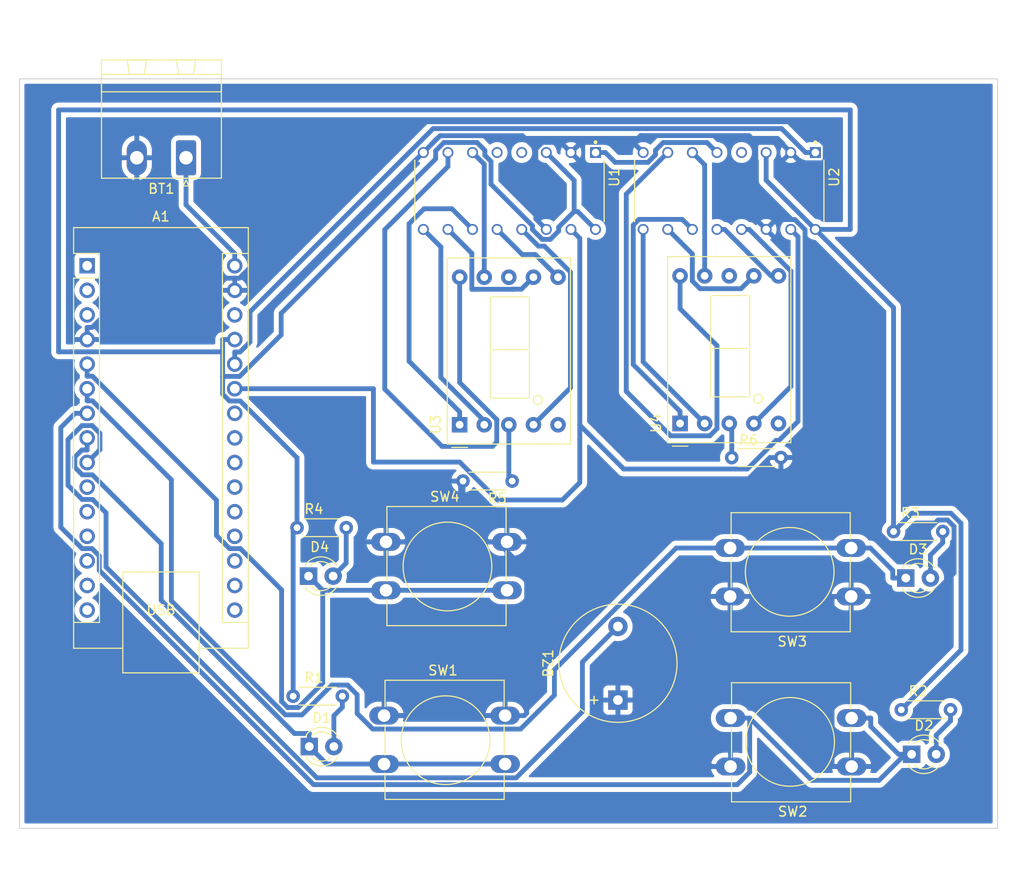
<source format=kicad_pcb>
(kicad_pcb (version 20211014) (generator pcbnew)
  (title_block (title "Simon Dice") (date "2023-02-08"))
  (layers (0 "F.Cu" signal) (31 "B.Cu" signal) (34 "B.Paste" user) (35 "F.Paste" user) (36 "B.SilkS" user "B.Silkscreen") (37 "F.SilkS" user "F.Silkscreen") (38 "B.Mask" user) (39 "F.Mask" user) (44 "Edge.Cuts" user))
  (net 0 "")
  (net 1 "VCC")
  (net 2 "GND")
  (net 6 "Net-(A1-Pad5)")
  (net 7 "Net-(A1-Pad6)")
  (net 8 "Net-(A1-Pad7)")
  (net 9 "Net-(A1-Pad8)")
  (net 10 "Net-(A1-Pad9)")
  (net 26 "Net-(A1-Pad25)")
  (net 27 "Net-(A1-Pad26)")
  (net 28 "+5V")
  (net 30 "Net-(D1-Pad2)")
  (net 31 "Net-(D2-Pad2)")
  (net 32 "Net-(D3-Pad2)")
  (net 33 "Net-(D4-Pad2)")
  (net 34 "Net-(R6-Pad1)")
  (net 35 "Net-(U1-Pad1)")
  (net 38 "Net-(U1-Pad6)")
  (net 39 "Net-(U1-Pad7)")
  (net 40 "Net-(U1-Pad9)")
  (net 41 "Net-(U1-Pad10)")
  (net 42 "Net-(U1-Pad11)")
  (net 43 "Net-(U1-Pad12)")
  (net 44 "Net-(U1-Pad13)")
  (net 46 "Net-(U2-Pad6)")
  (net 47 "Net-(U2-Pad7)")
  (net 48 "Net-(U2-Pad9)")
  (net 49 "Net-(U2-Pad10)")
  (net 50 "Net-(U2-Pad11)")
  (net 51 "Net-(U2-Pad12)")
  (net 52 "Net-(U2-Pad13)")
  (net 55 "Net-(U3-Pad3)")
  (footprint "Resistor_THT:R_Axial_DIN0204_L3.6mm_D1.6mm_P5.08mm_Horizontal" (layer "F.Cu") (at 171.06 89.6)
    (fp_text reference "R6" (at 1.74 -1.8) (layer "F.SilkS"))
    (fp_text value "470")
    (pad "1" thru_hole circle (at 0 0) (size 1.4 1.4) (drill 0.7) (layers *.Cu *.Mask) (net 34 "Net-(R6-Pad1)"))
    (pad "2" thru_hole oval (at 5.08 0) (size 1.4 1.4) (drill 0.7) (layers *.Cu *.Mask) (net 2 "GND"))
  )
  (footprint "Button_Switch_THT:SW_PUSH-12mm" (layer "F.Cu") (at 135.16 116.245)
    (fp_text reference "SW1" (at 6.08 -4.66) (layer "F.SilkS"))
    (fp_text value "SW_Push")
    (pad "1" thru_hole oval (at 12.5 0) (size 3.048 1.85) (drill 1.3) (layers *.Cu *.Mask) (net 2 "GND"))
    (pad "1" thru_hole oval (at 0 0) (size 3.048 1.85) (drill 1.3) (layers *.Cu *.Mask) (net 2 "GND"))
    (pad "2" thru_hole oval (at 12.5 5) (size 3.048 1.85) (drill 1.3) (layers *.Cu *.Mask) (net 9 "Net-(A1-Pad8)"))
    (pad "2" thru_hole oval (at 0 5) (size 3.048 1.85) (drill 1.3) (layers *.Cu *.Mask) (net 9 "Net-(A1-Pad8)"))
  )
  (footprint "LED_THT:LED_D3.0mm" (layer "F.Cu") (at 127.36 101.84)
    (fp_text reference "D4" (at 1.15 -3) (layer "F.SilkS"))
    (fp_text value "LED")
    (pad "1" thru_hole rect (at 0 0) (size 1.8 1.8) (drill 0.9) (layers *.Cu *.Mask) (net 6 "Net-(A1-Pad5)"))
    (pad "2" thru_hole circle (at 2.54 0) (size 1.8 1.8) (drill 0.9) (layers *.Cu *.Mask) (net 33 "Net-(D4-Pad2)"))
  )
  (footprint "Resistor_THT:R_Axial_DIN0204_L3.6mm_D1.6mm_P5.08mm_Horizontal" (layer "F.Cu") (at 148.3868 92.0242 180)
    (fp_text reference "R5" (at 1.54 -1.8) (layer "F.SilkS"))
    (fp_text value "470")
    (pad "1" thru_hole circle (at 0 0 180) (size 1.4 1.4) (drill 0.7) (layers *.Cu *.Mask) (net 55 "Net-(U3-Pad3)"))
    (pad "2" thru_hole oval (at 5.08 0 180) (size 1.4 1.4) (drill 0.7) (layers *.Cu *.Mask) (net 2 "GND"))
  )
  (footprint "Button_Switch_THT:SW_PUSH-12mm" (layer "F.Cu") (at 183.44 121.5 180)
    (fp_text reference "SW2" (at 6.08 -4.66) (layer "F.SilkS"))
    (fp_text value "SW_Push")
    (pad "1" thru_hole oval (at 0 0 180) (size 3.048 1.85) (drill 1.3) (layers *.Cu *.Mask) (net 2 "GND"))
    (pad "1" thru_hole oval (at 12.5 0 180) (size 3.048 1.85) (drill 1.3) (layers *.Cu *.Mask) (net 2 "GND"))
    (pad "2" thru_hole oval (at 0 5 180) (size 3.048 1.85) (drill 1.3) (layers *.Cu *.Mask) (net 8 "Net-(A1-Pad7)"))
    (pad "2" thru_hole oval (at 12.5 5 180) (size 3.048 1.85) (drill 1.3) (layers *.Cu *.Mask) (net 8 "Net-(A1-Pad7)"))
  )
  (footprint "LED_THT:LED_D3.0mm" (layer "F.Cu") (at 189.635 120.24)
    (fp_text reference "D2" (at 1.27 -2.96) (layer "F.SilkS"))
    (fp_text value "LED")
    (pad "1" thru_hole rect (at 0 0) (size 1.8 1.8) (drill 0.9) (layers *.Cu *.Mask) (net 8 "Net-(A1-Pad7)"))
    (pad "2" thru_hole circle (at 2.54 0) (size 1.8 1.8) (drill 0.9) (layers *.Cu *.Mask) (net 31 "Net-(D2-Pad2)"))
  )
  (footprint "Resistor_THT:R_Axial_DIN0204_L3.6mm_D1.6mm_P5.08mm_Horizontal" (layer "F.Cu") (at 126.17 96.84)
    (fp_text reference "R4" (at 1.74 -1.92) (layer "F.SilkS"))
    (fp_text value "1k")
    (pad "1" thru_hole circle (at 0 0) (size 1.4 1.4) (drill 0.7) (layers *.Cu *.Mask) (net 28 "+5V"))
    (pad "2" thru_hole oval (at 5.08 0) (size 1.4 1.4) (drill 0.7) (layers *.Cu *.Mask) (net 33 "Net-(D4-Pad2)"))
  )
  (footprint "Button_Switch_THT:SW_PUSH-12mm" (layer "F.Cu") (at 183.395 103.94 180)
    (fp_text reference "SW3" (at 6.08 -4.66) (layer "F.SilkS"))
    (fp_text value "SW_Push")
    (pad "1" thru_hole oval (at 12.5 0 180) (size 3.048 1.85) (drill 1.3) (layers *.Cu *.Mask) (net 2 "GND"))
    (pad "1" thru_hole oval (at 0 0 180) (size 3.048 1.85) (drill 1.3) (layers *.Cu *.Mask) (net 2 "GND"))
    (pad "2" thru_hole oval (at 0 5 180) (size 3.048 1.85) (drill 1.3) (layers *.Cu *.Mask) (net 7 "Net-(A1-Pad6)"))
    (pad "2" thru_hole oval (at 12.5 5 180) (size 3.048 1.85) (drill 1.3) (layers *.Cu *.Mask) (net 7 "Net-(A1-Pad6)"))
  )
  (footprint "Button_Switch_THT:SW_PUSH-12mm" (layer "F.Cu") (at 135.355 98.305)
    (fp_text reference "SW4" (at 6.08 -4.66) (layer "F.SilkS"))
    (fp_text value "SW_Push")
    (pad "1" thru_hole oval (at 0 0) (size 3.048 1.85) (drill 1.3) (layers *.Cu *.Mask) (net 2 "GND"))
    (pad "1" thru_hole oval (at 12.5 0) (size 3.048 1.85) (drill 1.3) (layers *.Cu *.Mask) (net 2 "GND"))
    (pad "2" thru_hole oval (at 0 5) (size 3.048 1.85) (drill 1.3) (layers *.Cu *.Mask) (net 6 "Net-(A1-Pad5)"))
    (pad "2" thru_hole oval (at 12.5 5) (size 3.048 1.85) (drill 1.3) (layers *.Cu *.Mask) (net 6 "Net-(A1-Pad5)"))
  )
  (footprint "Resistor_THT:R_Axial_DIN0204_L3.6mm_D1.6mm_P5.08mm_Horizontal" (layer "F.Cu") (at 188.57 115.64)
    (fp_text reference "R2" (at 1.74 -1.92) (layer "F.SilkS"))
    (fp_text value "1k")
    (pad "1" thru_hole circle (at 0 0) (size 1.4 1.4) (drill 0.7) (layers *.Cu *.Mask) (net 28 "+5V"))
    (pad "2" thru_hole oval (at 5.08 0) (size 1.4 1.4) (drill 0.7) (layers *.Cu *.Mask) (net 31 "Net-(D2-Pad2)"))
  )
  (footprint "Display_7Segment:D1X8K" (layer "F.Cu") (at 142.9637 86.2123 90)
    (fp_text reference "U3" (at 0.03 -2.48 90) (layer "F.SilkS"))
    (fp_text value "D148K")
    (pad "1" thru_hole rect (at 0 0) (size 1.6 1.6) (drill 0.8) (layers *.Cu *.Mask) (net 42 "Net-(U1-Pad11)"))
    (pad "2" thru_hole circle (at 0 2.54) (size 1.6 1.6) (drill 0.8) (layers *.Cu *.Mask) (net 40 "Net-(U1-Pad9)"))
    (pad "3" thru_hole circle (at 0 5.08) (size 1.6 1.6) (drill 0.8) (layers *.Cu *.Mask) (net 55 "Net-(U3-Pad3)"))
    (pad "4" thru_hole circle (at 0 7.62) (size 1.6 1.6) (drill 0.8) (layers *.Cu *.Mask) (net 44 "Net-(U1-Pad13)"))
    (pad "5" thru_hole circle (at 0 10.16) (size 1.6 1.6) (drill 0.8) (layers *.Cu *.Mask))
    (pad "6" thru_hole circle (at 15.24 10.16) (size 1.6 1.6) (drill 0.8) (layers *.Cu *.Mask) (net 43 "Net-(U1-Pad12)"))
    (pad "7" thru_hole circle (at 15.24 7.62) (size 1.6 1.6) (drill 0.8) (layers *.Cu *.Mask) (net 41 "Net-(U1-Pad10)"))
    (pad "8" thru_hole circle (at 15.24 5.08) (size 1.6 1.6) (drill 0.8) (layers *.Cu *.Mask))
    (pad "9" thru_hole circle (at 15.24 2.54) (size 1.6 1.6) (drill 0.8) (layers *.Cu *.Mask) (net 38 "Net-(U1-Pad6)"))
    (pad "10" thru_hole circle (at 15.24 0) (size 1.6 1.6) (drill 0.8) (layers *.Cu *.Mask) (net 39 "Net-(U1-Pad7)"))
  )
  (footprint "Module:Arduino_Nano" (layer "F.Cu") (at 104.5 69.79)
    (fp_text reference "A1" (at 7.62 -5.08) (layer "F.SilkS"))
    (fp_text value "Arduino_Nano_v3.x")
    (fp_text user "USB" (at 7.62 35.56 unlocked) (layer "F.SilkS"))
    (pad "1" thru_hole rect (at 0 0) (size 1.6 1.6) (drill 1) (layers *.Cu *.Mask))
    (pad "2" thru_hole oval (at 0 2.54) (size 1.6 1.6) (drill 1) (layers *.Cu *.Mask))
    (pad "3" thru_hole oval (at 0 5.08) (size 1.6 1.6) (drill 1) (layers *.Cu *.Mask))
    (pad "4" thru_hole oval (at 0 7.62) (size 1.6 1.6) (drill 1) (layers *.Cu *.Mask) (net 2 "GND"))
    (pad "5" thru_hole oval (at 0 10.16) (size 1.6 1.6) (drill 1) (layers *.Cu *.Mask) (net 6 "Net-(A1-Pad5)"))
    (pad "6" thru_hole oval (at 0 12.7) (size 1.6 1.6) (drill 1) (layers *.Cu *.Mask) (net 7 "Net-(A1-Pad6)"))
    (pad "7" thru_hole oval (at 0 15.24) (size 1.6 1.6) (drill 1) (layers *.Cu *.Mask) (net 8 "Net-(A1-Pad7)"))
    (pad "8" thru_hole oval (at 0 17.78) (size 1.6 1.6) (drill 1) (layers *.Cu *.Mask) (net 9 "Net-(A1-Pad8)"))
    (pad "9" thru_hole oval (at 0 20.32) (size 1.6 1.6) (drill 1) (layers *.Cu *.Mask) (net 10 "Net-(A1-Pad9)"))
    (pad "10" thru_hole oval (at 0 22.86) (size 1.6 1.6) (drill 1) (layers *.Cu *.Mask))
    (pad "11" thru_hole oval (at 0 25.4) (size 1.6 1.6) (drill 1) (layers *.Cu *.Mask))
    (pad "12" thru_hole oval (at 0 27.94) (size 1.6 1.6) (drill 1) (layers *.Cu *.Mask))
    (pad "13" thru_hole oval (at 0 30.48) (size 1.6 1.6) (drill 1) (layers *.Cu *.Mask))
    (pad "14" thru_hole oval (at 0 33.02) (size 1.6 1.6) (drill 1) (layers *.Cu *.Mask))
    (pad "15" thru_hole oval (at 0 35.56) (size 1.6 1.6) (drill 1) (layers *.Cu *.Mask))
    (pad "16" thru_hole oval (at 15.24 35.56) (size 1.6 1.6) (drill 1) (layers *.Cu *.Mask))
    (pad "17" thru_hole oval (at 15.24 33.02) (size 1.6 1.6) (drill 1) (layers *.Cu *.Mask))
    (pad "18" thru_hole oval (at 15.24 30.48) (size 1.6 1.6) (drill 1) (layers *.Cu *.Mask))
    (pad "19" thru_hole oval (at 15.24 27.94) (size 1.6 1.6) (drill 1) (layers *.Cu *.Mask))
    (pad "20" thru_hole oval (at 15.24 25.4) (size 1.6 1.6) (drill 1) (layers *.Cu *.Mask))
    (pad "21" thru_hole oval (at 15.24 22.86) (size 1.6 1.6) (drill 1) (layers *.Cu *.Mask))
    (pad "22" thru_hole oval (at 15.24 20.32) (size 1.6 1.6) (drill 1) (layers *.Cu *.Mask))
    (pad "23" thru_hole oval (at 15.24 17.78) (size 1.6 1.6) (drill 1) (layers *.Cu *.Mask))
    (pad "24" thru_hole oval (at 15.24 15.24) (size 1.6 1.6) (drill 1) (layers *.Cu *.Mask))
    (pad "25" thru_hole oval (at 15.24 12.7) (size 1.6 1.6) (drill 1) (layers *.Cu *.Mask) (net 26 "Net-(A1-Pad25)"))
    (pad "26" thru_hole oval (at 15.24 10.16) (size 1.6 1.6) (drill 1) (layers *.Cu *.Mask) (net 27 "Net-(A1-Pad26)"))
    (pad "27" thru_hole oval (at 15.24 7.62) (size 1.6 1.6) (drill 1) (layers *.Cu *.Mask) (net 28 "+5V"))
    (pad "28" thru_hole oval (at 15.24 5.08) (size 1.6 1.6) (drill 1) (layers *.Cu *.Mask))
    (pad "29" thru_hole oval (at 15.24 2.54) (size 1.6 1.6) (drill 1) (layers *.Cu *.Mask) (net 2 "GND"))
    (pad "30" thru_hole oval (at 15.24 0) (size 1.6 1.6) (drill 1) (layers *.Cu *.Mask) (net 1 "VCC"))
  )
  (footprint "Resistor_THT:R_Axial_DIN0204_L3.6mm_D1.6mm_P5.08mm_Horizontal" (layer "F.Cu") (at 187.77 97.24)
    (fp_text reference "R3" (at 1.74 -1.92) (layer "F.SilkS"))
    (fp_text value "1k")
    (pad "1" thru_hole circle (at 0 0) (size 1.4 1.4) (drill 0.7) (layers *.Cu *.Mask) (net 28 "+5V"))
    (pad "2" thru_hole oval (at 5.08 0) (size 1.4 1.4) (drill 0.7) (layers *.Cu *.Mask) (net 32 "Net-(D3-Pad2)"))
  )
  (footprint "CD4033:DIP794W45P254L1969H508Q16" (layer "F.Cu") (at 170.805 62.07 -90)
    (fp_text reference "U2" (at -1.425 -10.835 90) (layer "F.SilkS"))
    (fp_text value "CD4033BE")
    (pad "1" thru_hole rect locked (at -3.97 -8.89 270) (size 1.13 1.13) (drill 0.78) (layers *.Cu *.Mask) (net 27 "Net-(A1-Pad26)"))
    (pad "2" thru_hole circle locked (at -3.97 -6.35 270) (size 1.13 1.13) (drill 0.78) (layers *.Cu *.Mask) (net 2 "GND"))
    (pad "3" thru_hole circle locked (at -3.97 -3.81 270) (size 1.13 1.13) (drill 0.78) (layers *.Cu *.Mask) (net 28 "+5V"))
    (pad "4" thru_hole circle locked (at -3.97 -1.27 270) (size 1.13 1.13) (drill 0.78) (layers *.Cu *.Mask))
    (pad "5" thru_hole circle locked (at -3.97 1.27 270) (size 1.13 1.13) (drill 0.78) (layers *.Cu *.Mask) (net 35 "Net-(U1-Pad1)"))
    (pad "6" thru_hole circle locked (at -3.97 3.81 270) (size 1.13 1.13) (drill 0.78) (layers *.Cu *.Mask) (net 46 "Net-(U2-Pad6)"))
    (pad "7" thru_hole circle locked (at -3.97 6.35 270) (size 1.13 1.13) (drill 0.78) (layers *.Cu *.Mask) (net 47 "Net-(U2-Pad7)"))
    (pad "8" thru_hole circle locked (at -3.97 8.89 270) (size 1.13 1.13) (drill 0.78) (layers *.Cu *.Mask) (net 2 "GND"))
    (pad "9" thru_hole circle locked (at 3.97 8.89 270) (size 1.13 1.13) (drill 0.78) (layers *.Cu *.Mask) (net 48 "Net-(U2-Pad9)"))
    (pad "10" thru_hole circle locked (at 3.97 6.35 270) (size 1.13 1.13) (drill 0.78) (layers *.Cu *.Mask) (net 49 "Net-(U2-Pad10)"))
    (pad "11" thru_hole circle locked (at 3.97 3.81 270) (size 1.13 1.13) (drill 0.78) (layers *.Cu *.Mask) (net 50 "Net-(U2-Pad11)"))
    (pad "12" thru_hole circle locked (at 3.97 1.27 270) (size 1.13 1.13) (drill 0.78) (layers *.Cu *.Mask) (net 51 "Net-(U2-Pad12)"))
    (pad "13" thru_hole circle locked (at 3.97 -1.27 270) (size 1.13 1.13) (drill 0.78) (layers *.Cu *.Mask) (net 52 "Net-(U2-Pad13)"))
    (pad "14" thru_hole circle locked (at 3.97 -3.81 270) (size 1.13 1.13) (drill 0.78) (layers *.Cu *.Mask) (net 2 "GND"))
    (pad "15" thru_hole circle locked (at 3.97 -6.35 270) (size 1.13 1.13) (drill 0.78) (layers *.Cu *.Mask) (net 26 "Net-(A1-Pad25)"))
    (pad "16" thru_hole circle locked (at 3.97 -8.89 270) (size 1.13 1.13) (drill 0.78) (layers *.Cu *.Mask) (net 28 "+5V"))
  )
  (footprint "Resistor_THT:R_Axial_DIN0204_L3.6mm_D1.6mm_P5.08mm_Horizontal" (layer "F.Cu") (at 125.77 114.24)
    (fp_text reference "R1" (at 2.14 -1.92) (layer "F.SilkS"))
    (fp_text value "1k")
    (pad "1" thru_hole circle (at 0 0) (size 1.4 1.4) (drill 0.7) (layers *.Cu *.Mask) (net 28 "+5V"))
    (pad "2" thru_hole oval (at 5.08 0) (size 1.4 1.4) (drill 0.7) (layers *.Cu *.Mask) (net 30 "Net-(D1-Pad2)"))
  )
  (footprint "CD4033:DIP794W45P254L1969H508Q16" (layer "F.Cu") (at 148.105 62.07 -90)
    (fp_text reference "U1" (at -1.425 -10.835 90) (layer "F.SilkS"))
    (fp_text value "CD4033BE")
    (pad "1" thru_hole rect locked (at -3.97 -8.89 270) (size 1.13 1.13) (drill 0.78) (layers *.Cu *.Mask) (net 35 "Net-(U1-Pad1)"))
    (pad "2" thru_hole circle locked (at -3.97 -6.35 270) (size 1.13 1.13) (drill 0.78) (layers *.Cu *.Mask) (net 2 "GND"))
    (pad "3" thru_hole circle locked (at -3.97 -3.81 270) (size 1.13 1.13) (drill 0.78) (layers *.Cu *.Mask) (net 28 "+5V"))
    (pad "4" thru_hole circle locked (at -3.97 -1.27 270) (size 1.13 1.13) (drill 0.78) (layers *.Cu *.Mask))
    (pad "5" thru_hole circle locked (at -3.97 1.27 270) (size 1.13 1.13) (drill 0.78) (layers *.Cu *.Mask))
    (pad "6" thru_hole circle locked (at -3.97 3.81 270) (size 1.13 1.13) (drill 0.78) (layers *.Cu *.Mask) (net 38 "Net-(U1-Pad6)"))
    (pad "7" thru_hole circle locked (at -3.97 6.35 270) (size 1.13 1.13) (drill 0.78) (layers *.Cu *.Mask) (net 39 "Net-(U1-Pad7)"))
    (pad "8" thru_hole circle locked (at -3.97 8.89 270) (size 1.13 1.13) (drill 0.78) (layers *.Cu *.Mask) (net 2 "GND"))
    (pad "9" thru_hole circle locked (at 3.97 8.89 270) (size 1.13 1.13) (drill 0.78) (layers *.Cu *.Mask) (net 40 "Net-(U1-Pad9)"))
    (pad "10" thru_hole circle locked (at 3.97 6.35 270) (size 1.13 1.13) (drill 0.78) (layers *.Cu *.Mask) (net 41 "Net-(U1-Pad10)"))
    (pad "11" thru_hole circle locked (at 3.97 3.81 270) (size 1.13 1.13) (drill 0.78) (layers *.Cu *.Mask) (net 42 "Net-(U1-Pad11)"))
    (pad "12" thru_hole circle locked (at 3.97 1.27 270) (size 1.13 1.13) (drill 0.78) (layers *.Cu *.Mask) (net 43 "Net-(U1-Pad12)"))
    (pad "13" thru_hole circle locked (at 3.97 -1.27 270) (size 1.13 1.13) (drill 0.78) (layers *.Cu *.Mask) (net 44 "Net-(U1-Pad13)"))
    (pad "14" thru_hole circle locked (at 3.97 -3.81 270) (size 1.13 1.13) (drill 0.78) (layers *.Cu *.Mask) (net 2 "GND"))
    (pad "15" thru_hole circle locked (at 3.97 -6.35 270) (size 1.13 1.13) (drill 0.78) (layers *.Cu *.Mask) (net 26 "Net-(A1-Pad25)"))
    (pad "16" thru_hole circle locked (at 3.97 -8.89 270) (size 1.13 1.13) (drill 0.78) (layers *.Cu *.Mask) (net 28 "+5V"))
  )
  (footprint "Display_7Segment:D1X8K" (layer "F.Cu") (at 165.725 86.0775 90)
    (fp_text reference "U4" (at 0.03 -2.48 90) (layer "F.SilkS"))
    (fp_text value "D148K")
    (pad "1" thru_hole rect (at 0 0) (size 1.6 1.6) (drill 0.8) (layers *.Cu *.Mask) (net 50 "Net-(U2-Pad11)"))
    (pad "2" thru_hole circle (at 0 2.54) (size 1.6 1.6) (drill 0.8) (layers *.Cu *.Mask) (net 48 "Net-(U2-Pad9)"))
    (pad "3" thru_hole circle (at 0 5.08) (size 1.6 1.6) (drill 0.8) (layers *.Cu *.Mask) (net 34 "Net-(R6-Pad1)"))
    (pad "4" thru_hole circle (at 0 7.62) (size 1.6 1.6) (drill 0.8) (layers *.Cu *.Mask) (net 52 "Net-(U2-Pad13)"))
    (pad "5" thru_hole circle (at 0 10.16) (size 1.6 1.6) (drill 0.8) (layers *.Cu *.Mask))
    (pad "6" thru_hole circle (at 15.24 10.16) (size 1.6 1.6) (drill 0.8) (layers *.Cu *.Mask) (net 51 "Net-(U2-Pad12)"))
    (pad "7" thru_hole circle (at 15.24 7.62) (size 1.6 1.6) (drill 0.8) (layers *.Cu *.Mask) (net 49 "Net-(U2-Pad10)"))
    (pad "8" thru_hole circle (at 15.24 5.08) (size 1.6 1.6) (drill 0.8) (layers *.Cu *.Mask))
    (pad "9" thru_hole circle (at 15.24 2.54) (size 1.6 1.6) (drill 0.8) (layers *.Cu *.Mask) (net 46 "Net-(U2-Pad6)"))
    (pad "10" thru_hole circle (at 15.24 0) (size 1.6 1.6) (drill 0.8) (layers *.Cu *.Mask) (net 47 "Net-(U2-Pad7)"))
  )
  (footprint "Connector_Phoenix_MSTB:PhoenixContact_MSTBA_2,5_2-G-5,08_1x02_P5.08mm_Horizontal" (layer "F.Cu") (at 114.71 58.64 180)
    (fp_text reference "BT1" (at 2.54 -3.2) (layer "F.SilkS"))
    (fp_text value "Battery_Cell")
    (pad "1" thru_hole roundrect (at 0 0 180) (size 2.08 3.6) (drill 1.4) (layers *.Cu *.Mask) (roundrect_rratio 0.120192) (net 1 "VCC"))
    (pad "2" thru_hole oval (at 5.08 0 180) (size 2.08 3.6) (drill 1.4) (layers *.Cu *.Mask) (net 2 "GND"))
  )
  (footprint "Buzzer_Beeper:Buzzer_12x9.5RM7.6" (layer "F.Cu") (at 159.31 114.64 90)
    (fp_text reference "BZ1" (at 3.8 -7.2 90) (layer "F.SilkS"))
    (fp_text value "Buzzer")
    (fp_text user "+" (at -0.01 -2.54 90) (layer "F.SilkS"))
    (pad "1" thru_hole rect (at 0 0 90) (size 2 2) (drill 1) (layers *.Cu *.Mask) (net 2 "GND"))
    (pad "2" thru_hole circle (at 7.6 0 90) (size 2 2) (drill 1) (layers *.Cu *.Mask) (net 10 "Net-(A1-Pad9)"))
  )
  (footprint "LED_THT:LED_D3.0mm" (layer "F.Cu") (at 189.035 102.04)
    (fp_text reference "D3" (at 1.27 -2.96) (layer "F.SilkS"))
    (fp_text value "LED")
    (pad "1" thru_hole rect (at 0 0) (size 1.8 1.8) (drill 0.9) (layers *.Cu *.Mask) (net 7 "Net-(A1-Pad6)"))
    (pad "2" thru_hole circle (at 2.54 0) (size 1.8 1.8) (drill 0.9) (layers *.Cu *.Mask) (net 32 "Net-(D3-Pad2)"))
  )
  (footprint "LED_THT:LED_D3.0mm" (layer "F.Cu") (at 127.435 119.44)
    (fp_text reference "D1" (at 1.27 -2.96) (layer "F.SilkS"))
    (fp_text value "LED")
    (pad "1" thru_hole rect (at 0 0) (size 1.8 1.8) (drill 0.9) (layers *.Cu *.Mask) (net 9 "Net-(A1-Pad8)"))
    (pad "2" thru_hole circle (at 2.54 0) (size 1.8 1.8) (drill 0.9) (layers *.Cu *.Mask) (net 30 "Net-(D1-Pad2)"))
  )
  (gr_rect (start 97.51 50.49) (end 198.51 127.89) (layer "Edge.Cuts") (width 0.1) (fill none))
  (segment (start 119.74 68.5397) (end 114.71 63.5097) (width 0.5) (layer "B.Cu") (net 1))
  (segment (start 114.71 63.5097) (end 114.71 58.64) (width 0.5) (layer "B.Cu") (net 1))
  (segment (start 119.74 69.79) (end 119.74 68.5397) (width 0.5) (layer "B.Cu") (net 1))
  (segment (start 147.66 116.245) (end 149.6343 116.245) (width 0.5) (layer "B.Cu") (net 2))
  (segment (start 176.1105 57.0555) (end 173.5444 57.0555) (width 0.5) (layer "B.Cu") (net 2))
  (segment (start 140.9531 56.3619) (end 139.215 58.1) (width 0.5) (layer "B.Cu") (net 2))
  (segment (start 193.3495 96.0484) (end 194.0176 96.7165) (width 0.5) (layer "B.Cu") (net 2))
  (segment (start 178.2148 59.1598) (end 180.4431 59.1598) (width 0.5) (layer "B.Cu") (net 2))
  (segment (start 180.4431 59.1598) (end 180.7104 58.8925) (width 0.5) (layer "B.Cu") (net 2))
  (segment (start 151.915 66.04) (end 150.8312 64.9562) (width 0.5) (layer "B.Cu") (net 2))
  (segment (start 181.4207 121.455) (end 181.4657 121.5) (width 0.5) (layer "B.Cu") (net 2))
  (segment (start 176.14 89.6) (end 178.6333 89.6) (width 0.5) (layer "B.Cu") (net 2))
  (segment (start 182.583 103.94) (end 183.395 103.94) (width 0.5) (layer "B.Cu") (net 2))
  (segment (start 136.3791 54.9203) (end 120.2197 71.0797) (width 0.5) (layer "B.Cu") (net 2))
  (segment (start 143.06 95.4843) (end 140.15 95.4843) (width 0.5) (layer "B.Cu") (net 2))
  (segment (start 149.4582 56.3619) (end 140.9531 56.3619) (width 0.5) (layer "B.Cu") (net 2))
  (segment (start 160.948 57.133) (end 161.915 58.1) (width 0.5) (layer "B.Cu") (net 2))
  (segment (start 158.3527 92.8512) (end 171.7385 92.8512) (width 0.5) (layer "B.Cu") (net 2))
  (segment (start 150.8312 64.9562) (end 150.8312 57.7349) (width 0.5) (layer "B.Cu") (net 2))
  (segment (start 135.355 98.305) (end 137.3293 98.305) (width 0.5) (layer "B.Cu") (net 2))
  (segment (start 161.6533 56.3519) (end 160.948 57.0572) (width 0.5) (layer "B.Cu") (net 2))
  (segment (start 189.9555 98.4524) (end 192.3595 96.0484) (width 0.5) (layer "B.Cu") (net 2))
  (segment (start 175.6303 65.0247) (end 174.615 66.04) (width 0.5) (layer "B.Cu") (net 2))
  (segment (start 166.9782 119.5125) (end 168.9657 121.5) (width 0.5) (layer "B.Cu") (net 2))
  (segment (start 143.3068 92.0242) (end 143.06 92.271) (width 0.5) (layer "B.Cu") (net 2))
  (segment (start 146.8679 98.305) (end 149.8834 101.3205) (width 0.5) (layer "B.Cu") (net 2))
  (segment (start 159.31 114.64) (end 166.9782 114.64) (width 0.5) (layer "B.Cu") (net 2))
  (segment (start 181.4207 107.3316) (end 181.4207 103.94) (width 0.5) (layer "B.Cu") (net 2))
  (segment (start 177.155 58.1) (end 178.2148 59.1598) (width 0.5) (layer "B.Cu") (net 2))
  (segment (start 177.5757 65.0247) (end 175.6303 65.0247) (width 0.5) (layer "B.Cu") (net 2))
  (segment (start 160.948 57.0572) (end 160.948 57.133) (width 0.5) (layer "B.Cu") (net 2))
  (segment (start 178.6333 89.6) (end 178.6333 66.0823) (width 0.5) (layer "B.Cu") (net 2))
  (segment (start 151.5131 57.053) (end 150.8312 57.7349) (width 0.5) (layer "B.Cu") (net 2))
  (segment (start 104.5 76.1597) (end 105.0001 76.1597) (width 0.5) (layer "B.Cu") (net 2))
  (segment (start 180.7104 58.8925) (end 180.7104 57.3239) (width 0.5) (layer "B.Cu") (net 2))
  (segment (start 178.6333 89.7577) (end 187.328 98.4524) (width 0.5) (layer "B.Cu") (net 2))
  (segment (start 177.155 58.1) (end 176.1105 57.0555) (width 0.5) (layer "B.Cu") (net 2))
  (segment (start 119.74 72.33) (end 119.74 71.0797) (width 0.5) (layer "B.Cu") (net 2))
  (segment (start 170.94 121.5) (end 168.9657 121.5) (width 0.5) (layer "B.Cu") (net 2))
  (segment (start 183.44 121.5) (end 181.4657 121.5) (width 0.5) (layer "B.Cu") (net 2))
  (segment (start 149.8834 115.9959) (end 149.6343 116.245) (width 0.5) (layer "B.Cu") (net 2))
  (segment (start 149.8834 101.3205) (end 149.8834 115.9959) (width 0.5) (layer "B.Cu") (net 2))
  (segment (start 178.6333 66.0823) (end 177.5757 65.0247) (width 0.5) (layer "B.Cu") (net 2))
  (segment (start 194.0176 101.5138) (end 191.5914 103.94) (width 0.5) (layer "B.Cu") (net 2))
  (segment (start 150.8312 57.7349) (end 149.4582 56.3619) (width 0.5) (layer "B.Cu") (net 2))
  (segment (start 120.2197 71.0797) (end 119.74 71.0797) (width 0.5) (layer "B.Cu") (net 2))
  (segment (start 147.855 98.305) (end 146.8679 98.305) (width 0.5) (layer "B.Cu") (net 2))
  (segment (start 170.895 107.3316) (end 181.4207 107.3316) (width 0.5) (layer "B.Cu") (net 2))
  (segment (start 143.06 92.271) (end 143.06 95.4843) (width 0.5) (layer "B.Cu") (net 2))
  (segment (start 191.5914 103.94) (end 183.395 103.94) (width 0.5) (layer "B.Cu") (net 2))
  (segment (start 104.5 77.41) (end 104.5 76.1597) (width 0.5) (layer "B.Cu") (net 2))
  (segment (start 178.3068 54.9203) (end 136.3791 54.9203) (width 0.5) (layer "B.Cu") (net 2))
  (segment (start 182.583 103.94) (end 181.4207 103.94) (width 0.5) (layer "B.Cu") (net 2))
  (segment (start 109.63 71.0797) (end 119.74 71.0797) (width 0.5) (layer "B.Cu") (net 2))
  (segment (start 109.63 71.5298) (end 109.63 71.0797) (width 0.5) (layer "B.Cu") (net 2))
  (segment (start 109.63 71.0797) (end 109.63 58.64) (width 0.5) (layer "B.Cu") (net 2))
  (segment (start 149.8834 101.3205) (end 158.3527 92.8512) (width 0.5) (layer "B.Cu") (net 2))
  (segment (start 173.5444 62.9388) (end 175.6303 65.0247) (width 0.5) (layer "B.Cu") (net 2))
  (segment (start 166.9782 114.64) (end 166.9782 119.5125) (width 0.5) (layer "B.Cu") (net 2))
  (segment (start 143.06 95.4843) (end 145.8807 98.305) (width 0.5) (layer "B.Cu") (net 2))
  (segment (start 170.895 110.7232) (end 166.9782 114.64) (width 0.5) (layer "B.Cu") (net 2))
  (segment (start 192.3595 96.0484) (end 193.3495 96.0484) (width 0.5) (layer "B.Cu") (net 2))
  (segment (start 187.328 98.4524) (end 189.9555 98.4524) (width 0.5) (layer "B.Cu") (net 2))
  (segment (start 173.5444 57.0555) (end 173.5444 62.9388) (width 0.5) (layer "B.Cu") (net 2))
  (segment (start 170.895 107.3316) (end 170.895 110.7232) (width 0.5) (layer "B.Cu") (net 2))
  (segment (start 153.408 57.053) (end 151.5131 57.053) (width 0.5) (layer "B.Cu") (net 2))
  (segment (start 140.15 95.4843) (end 137.3293 98.305) (width 0.5) (layer "B.Cu") (net 2))
  (segment (start 135.16 116.245) (end 147.66 116.245) (width 0.5) (layer "B.Cu") (net 2))
  (segment (start 180.7104 57.3239) (end 178.3068 54.9203) (width 0.5) (layer "B.Cu") (net 2))
  (segment (start 181.4207 107.3316) (end 181.4207 121.455) (width 0.5) (layer "B.Cu") (net 2))
  (segment (start 155.4978 57.0572) (end 154.455 58.1) (width 0.5) (layer "B.Cu") (net 2))
  (segment (start 154.455 58.1) (end 153.408 57.053) (width 0.5) (layer "B.Cu") (net 2))
  (segment (start 160.948 57.0572) (end 155.4978 57.0572) (width 0.5) (layer "B.Cu") (net 2))
  (segment (start 178.6333 89.6) (end 178.6333 89.7577) (width 0.5) (layer "B.Cu") (net 2))
  (segment (start 175.5649 89.6) (end 176.14 89.6) (width 0.5) (layer "B.Cu") (net 2))
  (segment (start 194.0176 96.7165) (end 194.0176 101.5138) (width 0.5) (layer "B.Cu") (net 2))
  (segment (start 170.895 103.94) (end 170.895 107.3316) (width 0.5) (layer "B.Cu") (net 2))
  (segment (start 173.5444 57.0555) (end 172.8408 56.3519) (width 0.5) (layer "B.Cu") (net 2))
  (segment (start 146.8679 98.305) (end 145.8807 98.305) (width 0.5) (layer "B.Cu") (net 2))
  (segment (start 172.8408 56.3519) (end 161.6533 56.3519) (width 0.5) (layer "B.Cu") (net 2))
  (segment (start 105.0001 76.1597) (end 109.63 71.5298) (width 0.5) (layer "B.Cu") (net 2))
  (segment (start 175.5649 89.6) (end 174.9897 89.6) (width 0.5) (layer "B.Cu") (net 2))
  (segment (start 171.7385 92.8512) (end 174.9897 89.6) (width 0.5) (layer "B.Cu") (net 2))
  (segment (start 128.825 103.305) (end 127.36 101.84) (width 0.5) (layer "B.Cu") (net 6))
  (segment (start 119.2076 99) (end 120.3219 99) (width 0.5) (layer "B.Cu") (net 6))
  (segment (start 117.8531 94.0064) (end 117.8531 97.6455) (width 0.5) (layer "B.Cu") (net 6))
  (segment (start 124.5753 114.7811) (end 125.2009 115.4067) (width 0.5) (layer "B.Cu") (net 6))
  (segment (start 104.5 81.2003) (end 105.047 81.2003) (width 0.5) (layer "B.Cu") (net 6))
  (segment (start 117.8531 97.6455) (end 119.2076 99) (width 0.5) (layer "B.Cu") (net 6))
  (segment (start 124.5753 103.2534) (end 124.5753 114.7811) (width 0.5) (layer "B.Cu") (net 6))
  (segment (start 125.2009 115.4067) (end 126.305 115.4067) (width 0.5) (layer "B.Cu") (net 6))
  (segment (start 104.5 79.95) (end 104.5 81.2003) (width 0.5) (layer "B.Cu") (net 6))
  (segment (start 128.825 112.8867) (end 128.825 103.305) (width 0.5) (layer "B.Cu") (net 6))
  (segment (start 135.355 103.305) (end 128.825 103.305) (width 0.5) (layer "B.Cu") (net 6))
  (segment (start 126.305 115.4067) (end 128.825 112.8867) (width 0.5) (layer "B.Cu") (net 6))
  (segment (start 120.3219 99) (end 124.5753 103.2534) (width 0.5) (layer "B.Cu") (net 6))
  (segment (start 147.855 103.305) (end 135.355 103.305) (width 0.5) (layer "B.Cu") (net 6))
  (segment (start 105.047 81.2003) (end 117.8531 94.0064) (width 0.5) (layer "B.Cu") (net 6))
  (segment (start 132.3815 116.0187) (end 133.9973 117.6345) (width 0.5) (layer "B.Cu") (net 7))
  (segment (start 129.7657 113.0894) (end 131.3776 113.0894) (width 0.5) (layer "B.Cu") (net 7))
  (segment (start 132.3815 114.0933) (end 132.3815 116.0187) (width 0.5) (layer "B.Cu") (net 7))
  (segment (start 184.3822 98.94) (end 183.395 98.94) (width 0.5) (layer "B.Cu") (net 7))
  (segment (start 183.395 98.94) (end 170.895 98.94) (width 0.5) (layer "B.Cu") (net 7))
  (segment (start 187.6847 101.2554) (end 185.3693 98.94) (width 0.5) (layer "B.Cu") (net 7))
  (segment (start 133.9973 117.6345) (end 149.2576 117.6345) (width 0.5) (layer "B.Cu") (net 7))
  (segment (start 187.6847 102.04) (end 187.6847 101.2554) (width 0.5) (layer "B.Cu") (net 7))
  (segment (start 131.3776 113.0894) (end 132.3815 114.0933) (width 0.5) (layer "B.Cu") (net 7))
  (segment (start 184.3822 98.94) (end 185.3693 98.94) (width 0.5) (layer "B.Cu") (net 7))
  (segment (start 152.7501 111.5134) (end 165.3235 98.94) (width 0.5) (layer "B.Cu") (net 7))
  (segment (start 113.1989 91.8953) (end 113.1989 104.3952) (width 0.5) (layer "B.Cu") (net 7))
  (segment (start 152.7501 114.142) (end 152.7501 111.5134) (width 0.5) (layer "B.Cu") (net 7))
  (segment (start 104.5 82.49) (end 104.5 83.7403) (width 0.5) (layer "B.Cu") (net 7))
  (segment (start 104.5 83.7403) (end 105.0439 83.7403) (width 0.5) (layer "B.Cu") (net 7))
  (segment (start 105.0439 83.7403) (end 113.1989 91.8953) (width 0.5) (layer "B.Cu") (net 7))
  (segment (start 165.3235 98.94) (end 170.895 98.94) (width 0.5) (layer "B.Cu") (net 7))
  (segment (start 189.035 102.04) (end 187.6847 102.04) (width 0.5) (layer "B.Cu") (net 7))
  (segment (start 126.6904 116.1647) (end 129.7657 113.0894) (width 0.5) (layer "B.Cu") (net 7))
  (segment (start 124.9684 116.1647) (end 126.6904 116.1647) (width 0.5) (layer "B.Cu") (net 7))
  (segment (start 113.1989 104.3952) (end 124.9684 116.1647) (width 0.5) (layer "B.Cu") (net 7))
  (segment (start 149.2576 117.6345) (end 152.7501 114.142) (width 0.5) (layer "B.Cu") (net 7))
  (segment (start 103.9863 99) (end 105.0023 99) (width 0.5) (layer "B.Cu") (net 8))
  (segment (start 183.44 116.5) (end 185.4143 116.5) (width 0.5) (layer "B.Cu") (net 8))
  (segment (start 101.7772 86.5025) (end 101.7772 96.7909) (width 0.5) (layer "B.Cu") (net 8))
  (segment (start 185.4143 117.3696) (end 185.4143 116.5) (width 0.5) (layer "B.Cu") (net 8))
  (segment (start 189.635 120.24) (end 188.9599 120.24) (width 0.5) (layer "B.Cu") (net 8))
  (segment (start 171.6276 123.3724) (end 172.9143 122.0857) (width 0.5) (layer "B.Cu") (net 8))
  (segment (start 105.0023 99) (end 105.7504 99.7481) (width 0.5) (layer "B.Cu") (net 8))
  (segment (start 171.9272 116.5) (end 170.94 116.5) (width 0.5) (layer "B.Cu") (net 8))
  (segment (start 127.8797 123.3724) (end 171.6276 123.3724) (width 0.5) (layer "B.Cu") (net 8))
  (segment (start 171.9272 116.5) (end 172.9143 116.5) (width 0.5) (layer "B.Cu") (net 8))
  (segment (start 105.7504 99.7481) (end 105.7504 101.2431) (width 0.5) (layer "B.Cu") (net 8))
  (segment (start 188.9599 120.24) (end 186.2689 122.931) (width 0.5) (layer "B.Cu") (net 8))
  (segment (start 188.2847 120.24) (end 185.4143 117.3696) (width 0.5) (layer "B.Cu") (net 8))
  (segment (start 188.9599 120.24) (end 188.2847 120.24) (width 0.5) (layer "B.Cu") (net 8))
  (segment (start 179.3453 122.931) (end 172.9143 116.5) (width 0.5) (layer "B.Cu") (net 8))
  (segment (start 101.7772 96.7909) (end 103.9863 99) (width 0.5) (layer "B.Cu") (net 8))
  (segment (start 186.2689 122.931) (end 179.3453 122.931) (width 0.5) (layer "B.Cu") (net 8))
  (segment (start 104.5 85.03) (end 103.2497 85.03) (width 0.5) (layer "B.Cu") (net 8))
  (segment (start 103.2497 85.03) (end 101.7772 86.5025) (width 0.5) (layer "B.Cu") (net 8))
  (segment (start 172.9143 122.0857) (end 172.9143 116.5) (width 0.5) (layer "B.Cu") (net 8))
  (segment (start 105.7504 101.2431) (end 127.8797 123.3724) (width 0.5) (layer "B.Cu") (net 8))
  (segment (start 135.16 121.245) (end 147.66 121.245) (width 0.5) (layer "B.Cu") (net 9))
  (segment (start 112.1485 104.3353) (end 125.9029 118.0897) (width 0.5) (layer "B.Cu") (net 9))
  (segment (start 103.2269 89.5464) (end 103.2269 90.6077) (width 0.5) (layer "B.Cu") (net 9))
  (segment (start 103.2269 90.6077) (end 103.9992 91.38) (width 0.5) (layer "B.Cu") (net 9))
  (segment (start 105.0377 91.38) (end 112.1485 98.4908) (width 0.5) (layer "B.Cu") (net 9))
  (segment (start 103.953 88.8203) (end 103.2269 89.5464) (width 0.5) (layer "B.Cu") (net 9))
  (segment (start 104.5 88.8203) (end 103.953 88.8203) (width 0.5) (layer "B.Cu") (net 9))
  (segment (start 104.5 87.57) (end 104.5 88.8203) (width 0.5) (layer "B.Cu") (net 9))
  (segment (start 127.435 118.8771) (end 127.435 118.0897) (width 0.5) (layer "B.Cu") (net 9))
  (segment (start 129.24 121.245) (end 135.16 121.245) (width 0.5) (layer "B.Cu") (net 9))
  (segment (start 127.435 118.8771) (end 127.435 119.44) (width 0.5) (layer "B.Cu") (net 9))
  (segment (start 127.435 119.44) (end 129.24 121.245) (width 0.5) (layer "B.Cu") (net 9))
  (segment (start 112.1485 98.4908) (end 112.1485 104.3353) (width 0.5) (layer "B.Cu") (net 9))
  (segment (start 103.9992 91.38) (end 105.0377 91.38) (width 0.5) (layer "B.Cu") (net 9))
  (segment (start 125.9029 118.0897) (end 127.435 118.0897) (width 0.5) (layer "B.Cu") (net 9))
  (segment (start 102.5209 87.7366) (end 102.5209 92.4598) (width 0.5) (layer "B.Cu") (net 10))
  (segment (start 105.8204 88.7896) (end 105.8204 87.0945) (width 0.5) (layer "B.Cu") (net 10))
  (segment (start 155.6405 115.8291) (end 155.6405 110.7095) (width 0.5) (layer "B.Cu") (net 10))
  (segment (start 104.5 90.11) (end 105.8204 88.7896) (width 0.5) (layer "B.Cu") (net 10))
  (segment (start 105.8204 87.0945) (end 105.0259 86.3) (width 0.5) (layer "B.Cu") (net 10))
  (segment (start 128.2211 122.6678) (end 148.8018 122.6678) (width 0.5) (layer "B.Cu") (net 10))
  (segment (start 155.6405 110.7095) (end 159.31 107.04) (width 0.5) (layer "B.Cu") (net 10))
  (segment (start 106.4507 100.8974) (end 128.2211 122.6678) (width 0.5) (layer "B.Cu") (net 10))
  (segment (start 103.9811 93.92) (end 105.06 93.92) (width 0.5) (layer "B.Cu") (net 10))
  (segment (start 148.8018 122.6678) (end 155.6405 115.8291) (width 0.5) (layer "B.Cu") (net 10))
  (segment (start 106.4507 95.3107) (end 106.4507 100.8974) (width 0.5) (layer "B.Cu") (net 10))
  (segment (start 105.0259 86.3) (end 103.9575 86.3) (width 0.5) (layer "B.Cu") (net 10))
  (segment (start 105.06 93.92) (end 106.4507 95.3107) (width 0.5) (layer "B.Cu") (net 10))
  (segment (start 103.9575 86.3) (end 102.5209 87.7366) (width 0.5) (layer "B.Cu") (net 10))
  (segment (start 102.5209 92.4598) (end 103.9811 93.92) (width 0.5) (layer "B.Cu") (net 10))
  (segment (start 175.6254 87.8236) (end 175.9414 87.8236) (width 0.5) (layer "B.Cu") (net 26))
  (segment (start 155.3695 86.2438) (end 155.3695 66.9545) (width 0.5) (layer "B.Cu") (net 26))
  (segment (start 175.9414 87.8236) (end 177.9023 85.8627) (width 0.5) (layer "B.Cu") (net 26))
  (segment (start 119.74 82.49) (end 134.0612 82.49) (width 0.5) (layer "B.Cu") (net 26))
  (segment (start 159.9061 90.7804) (end 172.6686 90.7804) (width 0.5) (layer "B.Cu") (net 26))
  (segment (start 146.888946 93.98) (end 153.5684 93.98) (width 0.5) (layer "B.Cu") (net 26))
  (segment (start 177.9023 85.8627) (end 177.9023 66.7873) (width 0.5) (layer "B.Cu") (net 26))
  (segment (start 134.0612 90.0654) (end 142.974346 90.0654) (width 0.5) (layer "B.Cu") (net 26))
  (segment (start 172.6686 90.7804) (end 175.6254 87.8236) (width 0.5) (layer "B.Cu") (net 26))
  (segment (start 153.5684 93.98) (end 155.3695 92.1789) (width 0.5) (layer "B.Cu") (net 26))
  (segment (start 155.3695 86.2438) (end 159.9061 90.7804) (width 0.5) (layer "B.Cu") (net 26))
  (segment (start 155.3695 66.9545) (end 154.455 66.04) (width 0.5) (layer "B.Cu") (net 26))
  (segment (start 134.0612 82.49) (end 134.0612 90.0654) (width 0.5) (layer "B.Cu") (net 26))
  (segment (start 155.3695 92.1789) (end 155.3695 86.2438) (width 0.5) (layer "B.Cu") (net 26))
  (segment (start 142.974346 90.0654) (end 146.888946 93.98) (width 0.5) (layer "B.Cu") (net 26))
  (segment (start 177.9023 66.7873) (end 177.155 66.04) (width 0.5) (layer "B.Cu") (net 26))
  (segment (start 121.3198 74.5394) (end 121.3198 77.6638) (width 0.5) (layer "B.Cu") (net 27))
  (segment (start 120.2839 78.6997) (end 119.74 78.6997) (width 0.5) (layer "B.Cu") (net 27))
  (segment (start 121.3198 77.6638) (end 120.2839 78.6997) (width 0.5) (layer "B.Cu") (net 27))
  (segment (start 119.74 79.95) (end 119.74 78.6997) (width 0.5) (layer "B.Cu") (net 27))
  (segment (start 176.2096 55.6299) (end 140.2293 55.6299) (width 0.5) (layer "B.Cu") (net 27))
  (segment (start 140.2293 55.6299) (end 121.3198 74.5394) (width 0.5) (layer "B.Cu") (net 27))
  (segment (start 178.6797 58.1) (end 176.2096 55.6299) (width 0.5) (layer "B.Cu") (net 27))
  (segment (start 179.695 58.1) (end 178.6797 58.1) (width 0.5) (layer "B.Cu") (net 27))
  (segment (start 101.55 78.6799) (end 118.4896 78.6799) (width 0.5) (layer "B.Cu") (net 28))
  (segment (start 187.77 74.115) (end 179.695 66.04) (width 0.5) (layer "B.Cu") (net 28))
  (segment (start 154.7874 64.2023) (end 153.185 65.8047) (width 0.5) (layer "B.Cu") (net 28))
  (segment (start 141.3425 57.064) (end 140.485 57.9215) (width 0.5) (layer "B.Cu") (net 28))
  (segment (start 193.6986 95.348) (end 189.662 95.348) (width 0.5) (layer "B.Cu") (net 28))
  (segment (start 145.565 57.8703) (end 144.7587 57.064) (width 0.5) (layer "B.Cu") (net 28))
  (segment (start 189.662 95.348) (end 187.77 97.24) (width 0.5) (layer "B.Cu") (net 28))
  (segment (start 179.695 66.04) (end 183.3 66.04) (width 0.5) (layer "B.Cu") (net 28))
  (segment (start 120.237767 81.22) (end 118.4896 81.22) (width 0.5) (layer "B.Cu") (net 28))
  (segment (start 146.2041 59.0186) (end 145.565 58.3795) (width 0.5) (layer "B.Cu") (net 28))
  (segment (start 174.615 58.1) (end 174.615 60.96) (width 0.5) (layer "B.Cu") (net 28))
  (segment (start 125.77 114.24) (end 125.77 97.24) (width 0.5) (layer "B.Cu") (net 28))
  (segment (start 154.7874 60.9724) (end 151.915 58.1) (width 0.5) (layer "B.Cu") (net 28))
  (segment (start 120.3028 83.76) (end 119.2122 83.76) (width 0.5) (layer "B.Cu") (net 28))
  (segment (start 126.17 96.84) (end 126.17 89.6272) (width 0.5) (layer "B.Cu") (net 28))
  (segment (start 119.74 77.41) (end 118.4897 77.41) (width 0.5) (layer "B.Cu") (net 28))
  (segment (start 194.735 96.3844) (end 193.6986 95.348) (width 0.5) (layer "B.Cu") (net 28))
  (segment (start 150.4811 65.6534) (end 146.2041 61.3764) (width 0.5) (layer "B.Cu") (net 28))
  (segment (start 140.485 57.9215) (end 140.485 58.7526) (width 0.5) (layer "B.Cu") (net 28))
  (segment (start 174.615 60.96) (end 179.695 66.04) (width 0.5) (layer "B.Cu") (net 28))
  (segment (start 153.185 66.2133) (end 152.3308 67.0675) (width 0.5) (layer "B.Cu") (net 28))
  (segment (start 194.735 109.475) (end 194.735 96.3844) (width 0.5) (layer "B.Cu") (net 28))
  (segment (start 124.5362 74.7014) (end 124.5362 76.921567) (width 0.5) (layer "B.Cu") (net 28))
  (segment (start 144.7587 57.064) (end 141.3425 57.064) (width 0.5) (layer "B.Cu") (net 28))
  (segment (start 119.2122 83.76) (end 118.4896 83.0374) (width 0.5) (layer "B.Cu") (net 28))
  (segment (start 126.17 89.6272) (end 120.3028 83.76) (width 0.5) (layer "B.Cu") (net 28))
  (segment (start 183.3 53.7) (end 101.55 53.7) (width 0.5) (layer "B.Cu") (net 28))
  (segment (start 140.485 58.7526) (end 124.5362 74.7014) (width 0.5) (layer "B.Cu") (net 28))
  (segment (start 145.565 58.3795) (end 145.565 57.8703) (width 0.5) (layer "B.Cu") (net 28))
  (segment (start 183.3 66.04) (end 183.3 53.7) (width 0.5) (layer "B.Cu") (net 28))
  (segment (start 151.4974 67.0675) (end 150.4811 66.0512) (width 0.5) (layer "B.Cu") (net 28))
  (segment (start 101.55 53.7) (end 101.55 78.6799) (width 0.5) (layer "B.Cu") (net 28))
  (segment (start 187.77 97.24) (end 187.77 74.115) (width 0.5) (layer "B.Cu") (net 28))
  (segment (start 118.4896 81.22) (end 118.4896 78.6799) (width 0.5) (layer "B.Cu") (net 28))
  (segment (start 118.4896 78.6799) (end 118.4896 77.4101) (width 0.5) (layer "B.Cu") (net 28))
  (segment (start 150.4811 66.0512) (end 150.4811 65.6534) (width 0.5) (layer "B.Cu") (net 28))
  (segment (start 118.4896 83.0374) (end 118.4896 81.22) (width 0.5) (layer "B.Cu") (net 28))
  (segment (start 154.7874 64.2023) (end 154.7874 60.9724) (width 0.5) (layer "B.Cu") (net 28))
  (segment (start 146.2041 61.3764) (end 146.2041 59.0186) (width 0.5) (layer "B.Cu") (net 28))
  (segment (start 152.3308 67.0675) (end 151.4974 67.0675) (width 0.5) (layer "B.Cu") (net 28))
  (segment (start 118.4896 77.4101) (end 118.4897 77.41) (width 0.5) (layer "B.Cu") (net 28))
  (segment (start 124.5362 76.921567) (end 120.237767 81.22) (width 0.5) (layer "B.Cu") (net 28))
  (segment (start 155.1573 64.2023) (end 154.7874 64.2023) (width 0.5) (layer "B.Cu") (net 28))
  (segment (start 156.995 66.04) (end 155.1573 64.2023) (width 0.5) (layer "B.Cu") (net 28))
  (segment (start 125.77 97.24) (end 126.17 96.84) (width 0.5) (layer "B.Cu") (net 28))
  (segment (start 153.185 65.8047) (end 153.185 66.2133) (width 0.5) (layer "B.Cu") (net 28))
  (segment (start 188.57 115.64) (end 194.735 109.475) (width 0.5) (layer "B.Cu") (net 28))
  (segment (start 129.975 119.44) (end 129.975 116.2653) (width 0.5) (layer "B.Cu") (net 30))
  (segment (start 130.85 114.24) (end 130.85 115.3903) (width 0.5) (layer "B.Cu") (net 30))
  (segment (start 129.975 116.2653) (end 130.85 115.3903) (width 0.5) (layer "B.Cu") (net 30))
  (segment (start 193.65 115.64) (end 193.65 116.7903) (width 0.5) (layer "B.Cu") (net 31))
  (segment (start 192.175 118.2653) (end 193.65 116.7903) (width 0.5) (layer "B.Cu") (net 31))
  (segment (start 192.175 120.24) (end 192.175 118.2653) (width 0.5) (layer "B.Cu") (net 31))
  (segment (start 192.85 97.24) (end 192.85 98.3903) (width 0.5) (layer "B.Cu") (net 32))
  (segment (start 191.575 102.04) (end 191.575 99.6653) (width 0.5) (layer "B.Cu") (net 32))
  (segment (start 191.575 99.6653) (end 192.85 98.3903) (width 0.5) (layer "B.Cu") (net 32))
  (segment (start 129.9 101.84) (end 131.25 100.49) (width 0.5) (layer "B.Cu") (net 33))
  (segment (start 131.25 100.49) (end 131.25 96.84) (width 0.5) (layer "B.Cu") (net 33))
  (segment (start 171.06 86.3325) (end 170.805 86.0775) (width 0.5) (layer "B.Cu") (net 34))
  (segment (start 171.06 89.6) (end 171.06 86.3325) (width 0.5) (layer "B.Cu") (net 34))
  (segment (start 163.185 57.8662) (end 163.9828 57.0684) (width 0.5) (layer "B.Cu") (net 35))
  (segment (start 162.4049 59.1154) (end 163.185 58.3353) (width 0.5) (layer "B.Cu") (net 35))
  (segment (start 159.0257 59.1154) (end 162.4049 59.1154) (width 0.5) (layer "B.Cu") (net 35))
  (segment (start 156.995 58.1) (end 158.0103 58.1) (width 0.5) (layer "B.Cu") (net 35))
  (segment (start 168.5034 57.0684) (end 169.535 58.1) (width 0.5) (layer "B.Cu") (net 35))
  (segment (start 163.185 58.3353) (end 163.185 57.8662) (width 0.5) (layer "B.Cu") (net 35))
  (segment (start 163.9828 57.0684) (end 168.5034 57.0684) (width 0.5) (layer "B.Cu") (net 35))
  (segment (start 158.0103 58.1) (end 159.0257 59.1154) (width 0.5) (layer "B.Cu") (net 35))
  (segment (start 144.295 58.1) (end 145.5037 59.3087) (width 0.5) (layer "B.Cu") (net 38))
  (segment (start 145.5037 59.3087) (end 145.5037 70.9723) (width 0.5) (layer "B.Cu") (net 38))
  (segment (start 135.2296 66.0654) (end 141.755 59.54) (width 0.5) (layer "B.Cu") (net 39))
  (segment (start 135.2296 82.5246) (end 135.2296 66.0654) (width 0.5) (layer "B.Cu") (net 39))
  (segment (start 141.1478 88.4428) (end 135.2296 82.5246) (width 0.5) (layer "B.Cu") (net 39))
  (segment (start 141.755 59.54) (end 141.755 58.1) (width 0.5) (layer "B.Cu") (net 39))
  (segment (start 146.8 85.6876) (end 146.8 85.688233) (width 0.5) (layer "B.Cu") (net 39))
  (segment (start 146.8 85.688233) (end 146.7937 85.694533) (width 0.5) (layer "B.Cu") (net 39))
  (segment (start 142.9637 70.9723) (end 142.9637 81.8513) (width 0.5) (layer "B.Cu") (net 39))
  (segment (start 146.7937 85.694533) (end 146.7937 88.0039) (width 0.5) (layer "B.Cu") (net 39))
  (segment (start 146.7937 88.0039) (end 146.3548 88.4428) (width 0.5) (layer "B.Cu") (net 39))
  (segment (start 146.3548 88.4428) (end 141.1478 88.4428) (width 0.5) (layer "B.Cu") (net 39))
  (segment (start 142.9637 81.8513) (end 146.8 85.6876) (width 0.5) (layer "B.Cu") (net 39))
  (segment (start 141.0208 67.8458) (end 139.215 66.04) (width 0.5) (layer "B.Cu") (net 40))
  (segment (start 145.5037 85.8137) (end 141.0208 81.3308) (width 0.5) (layer "B.Cu") (net 40))
  (segment (start 145.5037 86.2123) (end 145.5037 85.8137) (width 0.5) (layer "B.Cu") (net 40))
  (segment (start 141.0208 81.3308) (end 141.0208 67.8458) (width 0.5) (layer "B.Cu") (net 40))
  (segment (start 144.2212 72.2122) (end 144.2212 68.5062) (width 0.5) (layer "B.Cu") (net 41))
  (segment (start 144.2313 72.2223) (end 144.2212 72.2122) (width 0.5) (layer "B.Cu") (net 41))
  (segment (start 149.3438 72.2122) (end 148.571567 72.2122) (width 0.5) (layer "B.Cu") (net 41))
  (segment (start 144.2212 68.5062) (end 141.755 66.04) (width 0.5) (layer "B.Cu") (net 41))
  (segment (start 148.571567 72.2122) (end 148.561467 72.2223) (width 0.5) (layer "B.Cu") (net 41))
  (segment (start 150.5837 70.9723) (end 149.3438 72.2122) (width 0.5) (layer "B.Cu") (net 41))
  (segment (start 148.561467 72.2223) (end 144.2313 72.2223) (width 0.5) (layer "B.Cu") (net 41))
  (segment (start 139.2936 63.9064) (end 142.1614 63.9064) (width 0.5) (layer "B.Cu") (net 42))
  (segment (start 142.9637 86.2123) (end 142.9637 84.8739) (width 0.5) (layer "B.Cu") (net 42))
  (segment (start 142.9637 84.8739) (end 137.7442 79.6544) (width 0.5) (layer "B.Cu") (net 42))
  (segment (start 142.1614 63.9064) (end 144.295 66.04) (width 0.5) (layer "B.Cu") (net 42))
  (segment (start 137.7442 65.4558) (end 139.2936 63.9064) (width 0.5) (layer "B.Cu") (net 42))
  (segment (start 137.7442 79.6544) (end 137.7442 65.4558) (width 0.5) (layer "B.Cu") (net 42))
  (segment (start 150.7842 68.6328) (end 153.1237 70.9723) (width 0.5) (layer "B.Cu") (net 43))
  (segment (start 146.835 66.04) (end 149.4278 68.6328) (width 0.5) (layer "B.Cu") (net 43))
  (segment (start 149.4278 68.6328) (end 150.7842 68.6328) (width 0.5) (layer "B.Cu") (net 43))
  (segment (start 149.375 66.04) (end 151.1029 67.7679) (width 0.5) (layer "B.Cu") (net 44))
  (segment (start 154.4054 70.4538) (end 154.4054 82.3906) (width 0.5) (layer "B.Cu") (net 44))
  (segment (start 154.4054 82.3906) (end 150.5837 86.2123) (width 0.5) (layer "B.Cu") (net 44))
  (segment (start 151.1029 67.7679) (end 151.7195 67.7679) (width 0.5) (layer "B.Cu") (net 44))
  (segment (start 151.7195 67.7679) (end 154.4054 70.4538) (width 0.5) (layer "B.Cu") (net 44))
  (segment (start 168.265 59.37) (end 168.265 70.8375) (width 0.5) (layer "B.Cu") (net 46))
  (segment (start 166.995 58.1) (end 168.265 59.37) (width 0.5) (layer "B.Cu") (net 46))
  (segment (start 160.1696 82.764) (end 164.7554 87.3498) (width 0.5) (layer "B.Cu") (net 47))
  (segment (start 169.535 86.6171) (end 169.535 78.0424) (width 0.5) (layer "B.Cu") (net 47))
  (segment (start 164.455 58.1) (end 160.1696 62.3854) (width 0.5) (layer "B.Cu") (net 47))
  (segment (start 168.8023 87.3498) (end 169.535 86.6171) (width 0.5) (layer "B.Cu") (net 47))
  (segment (start 165.725 74.2324) (end 165.725 70.8375) (width 0.5) (layer "B.Cu") (net 47))
  (segment (start 169.535 78.0424) (end 165.725 74.2324) (width 0.5) (layer "B.Cu") (net 47))
  (segment (start 160.1696 62.3854) (end 160.1696 82.764) (width 0.5) (layer "B.Cu") (net 47))
  (segment (start 164.7554 87.3498) (end 168.8023 87.3498) (width 0.5) (layer "B.Cu") (net 47))
  (segment (start 168.265 86.0775) (end 161.915 79.7275) (width 0.5) (layer "B.Cu") (net 48))
  (segment (start 161.915 79.7275) (end 161.915 66.04) (width 0.5) (layer "B.Cu") (net 48))
  (segment (start 166.995 68.58) (end 166.995 71.3701) (width 0.5) (layer "B.Cu") (net 49))
  (segment (start 164.455 66.04) (end 166.995 68.58) (width 0.5) (layer "B.Cu") (net 49))
  (segment (start 167.7843 72.1594) (end 172.0231 72.1594) (width 0.5) (layer "B.Cu") (net 49))
  (segment (start 172.0231 72.1594) (end 173.345 70.8375) (width 0.5) (layer "B.Cu") (net 49))
  (segment (start 166.995 71.3701) (end 167.7843 72.1594) (width 0.5) (layer "B.Cu") (net 49))
  (segment (start 165.725 84.8272) (end 160.8926 79.9948) (width 0.5) (layer "B.Cu") (net 50))
  (segment (start 161.4744 65.0028) (end 165.9578 65.0028) (width 0.5) (layer "B.Cu") (net 50))
  (segment (start 160.8926 79.9948) (end 160.8926 65.5846) (width 0.5) (layer "B.Cu") (net 50))
  (segment (start 165.9578 65.0028) (end 166.995 66.04) (width 0.5) (layer "B.Cu") (net 50))
  (segment (start 165.725 86.0775) (end 165.725 84.8272) (width 0.5) (layer "B.Cu") (net 50))
  (segment (start 160.8926 65.5846) (end 161.4744 65.0028) (width 0.5) (layer "B.Cu") (net 50))
  (segment (start 169.535 66.04) (end 170.3225 66.04) (width 0.5) (layer "B.Cu") (net 51))
  (segment (start 170.3225 66.04) (end 175.12 70.8375) (width 0.5) (layer "B.Cu") (net 51))
  (segment (start 175.12 70.8375) (end 175.885 70.8375) (width 0.5) (layer "B.Cu") (net 51))
  (segment (start 172.075 66.04) (end 172.8675 66.04) (width 0.5) (layer "B.Cu") (net 52))
  (segment (start 177.1749 82.2476) (end 173.345 86.0775) (width 0.5) (layer "B.Cu") (net 52))
  (segment (start 177.1749 70.3474) (end 177.1749 82.2476) (width 0.5) (layer "B.Cu") (net 52))
  (segment (start 172.8675 66.04) (end 177.1749 70.3474) (width 0.5) (layer "B.Cu") (net 52))
  (segment (start 148.3868 92.0242) (end 148.0437 91.6811) (width 0.5) (layer "B.Cu") (net 55))
  (segment (start 148.0437 91.6811) (end 148.0437 86.2123) (width 0.5) (layer "B.Cu") (net 55))
  (zone (net 2) (net_name "GND") (layer "B.Cu") (connect_pads (clearance 0.508)) (min_thickness 0.254) (fill yes (thermal_gap 0.508) (thermal_bridge_width 0.508))
    (polygon (pts (xy 201.25 133.55) (xy 95.5 133.55) (xy 95.6 64.9) (xy 95.5 42.45) (xy 201.1 42.35)))
  )
)
</source>
